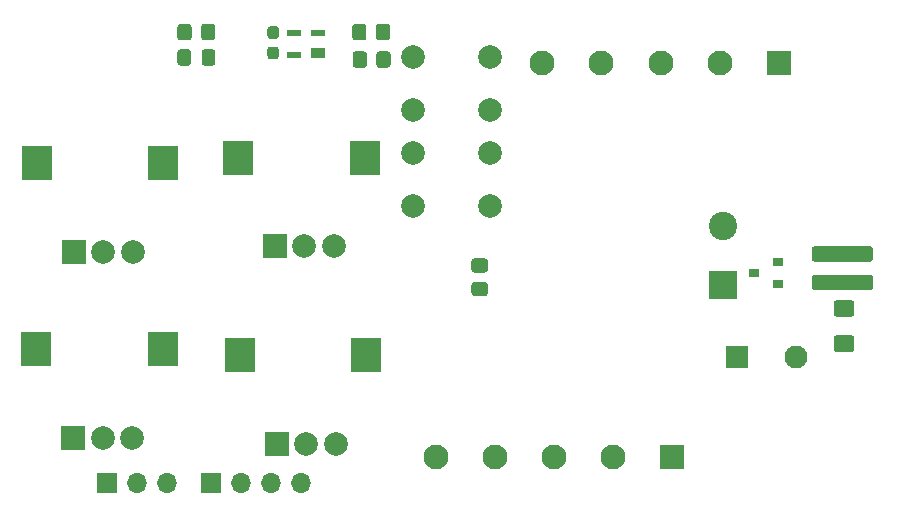
<source format=gbr>
%TF.GenerationSoftware,KiCad,Pcbnew,(5.1.9)-1*%
%TF.CreationDate,2021-01-07T15:51:33-05:00*%
%TF.ProjectId,rgb,7267622e-6b69-4636-9164-5f7063625858,rev?*%
%TF.SameCoordinates,Original*%
%TF.FileFunction,Soldermask,Top*%
%TF.FilePolarity,Negative*%
%FSLAX46Y46*%
G04 Gerber Fmt 4.6, Leading zero omitted, Abs format (unit mm)*
G04 Created by KiCad (PCBNEW (5.1.9)-1) date 2021-01-07 15:51:33*
%MOMM*%
%LPD*%
G01*
G04 APERTURE LIST*
%ADD10R,0.900000X0.800000*%
%ADD11C,2.400000*%
%ADD12R,2.400000X2.400000*%
%ADD13R,2.000000X2.000000*%
%ADD14R,2.500000X3.000000*%
%ADD15C,2.000000*%
%ADD16C,1.950000*%
%ADD17R,1.950000X1.950000*%
%ADD18C,2.100000*%
%ADD19R,2.100000X2.100000*%
%ADD20R,1.310000X0.550000*%
%ADD21R,1.310000X0.940000*%
%ADD22O,1.700000X1.700000*%
%ADD23R,1.700000X1.700000*%
G04 APERTURE END LIST*
D10*
%TO.C,U1*%
X185050000Y-79800000D03*
X187050000Y-78850000D03*
X187050000Y-80750000D03*
%TD*%
D11*
%TO.C,C1*%
X182400000Y-75800000D03*
D12*
X182400000Y-80800000D03*
%TD*%
%TO.C,R1*%
G36*
G01*
X194850001Y-78850000D02*
X190149999Y-78850000D01*
G75*
G02*
X189900000Y-78600001I0J249999D01*
G01*
X189900000Y-77774999D01*
G75*
G02*
X190149999Y-77525000I249999J0D01*
G01*
X194850001Y-77525000D01*
G75*
G02*
X195100000Y-77774999I0J-249999D01*
G01*
X195100000Y-78600001D01*
G75*
G02*
X194850001Y-78850000I-249999J0D01*
G01*
G37*
G36*
G01*
X194850001Y-81275000D02*
X190149999Y-81275000D01*
G75*
G02*
X189900000Y-81025001I0J249999D01*
G01*
X189900000Y-80199999D01*
G75*
G02*
X190149999Y-79950000I249999J0D01*
G01*
X194850001Y-79950000D01*
G75*
G02*
X195100000Y-80199999I0J-249999D01*
G01*
X195100000Y-81025001D01*
G75*
G02*
X194850001Y-81275000I-249999J0D01*
G01*
G37*
%TD*%
%TO.C,R2*%
G36*
G01*
X161339999Y-78560000D02*
X162240001Y-78560000D01*
G75*
G02*
X162490000Y-78809999I0J-249999D01*
G01*
X162490000Y-79510001D01*
G75*
G02*
X162240001Y-79760000I-249999J0D01*
G01*
X161339999Y-79760000D01*
G75*
G02*
X161090000Y-79510001I0J249999D01*
G01*
X161090000Y-78809999D01*
G75*
G02*
X161339999Y-78560000I249999J0D01*
G01*
G37*
G36*
G01*
X161339999Y-80560000D02*
X162240001Y-80560000D01*
G75*
G02*
X162490000Y-80809999I0J-249999D01*
G01*
X162490000Y-81510001D01*
G75*
G02*
X162240001Y-81760000I-249999J0D01*
G01*
X161339999Y-81760000D01*
G75*
G02*
X161090000Y-81510001I0J249999D01*
G01*
X161090000Y-80809999D01*
G75*
G02*
X161339999Y-80560000I249999J0D01*
G01*
G37*
%TD*%
D13*
%TO.C,SW5*%
X127360000Y-93750000D03*
D14*
X134960000Y-86250000D03*
X124260000Y-86250000D03*
D15*
X129860000Y-93750000D03*
X132360000Y-93750000D03*
%TD*%
D16*
%TO.C,J1*%
X188600000Y-86900000D03*
D17*
X183600000Y-86900000D03*
%TD*%
D18*
%TO.C,J2*%
X158090000Y-95390000D03*
X163090000Y-95390000D03*
X168090000Y-95390000D03*
X173090000Y-95390000D03*
D19*
X178090000Y-95390000D03*
%TD*%
D18*
%TO.C,J3*%
X167100000Y-61980000D03*
X172100000Y-61980000D03*
X177100000Y-61980000D03*
X182100000Y-61980000D03*
D19*
X187100000Y-61980000D03*
%TD*%
%TO.C,R5*%
G36*
G01*
X138200000Y-59850001D02*
X138200000Y-58949999D01*
G75*
G02*
X138449999Y-58700000I249999J0D01*
G01*
X139150001Y-58700000D01*
G75*
G02*
X139400000Y-58949999I0J-249999D01*
G01*
X139400000Y-59850001D01*
G75*
G02*
X139150001Y-60100000I-249999J0D01*
G01*
X138449999Y-60100000D01*
G75*
G02*
X138200000Y-59850001I0J249999D01*
G01*
G37*
G36*
G01*
X136200000Y-59850001D02*
X136200000Y-58949999D01*
G75*
G02*
X136449999Y-58700000I249999J0D01*
G01*
X137150001Y-58700000D01*
G75*
G02*
X137400000Y-58949999I0J-249999D01*
G01*
X137400000Y-59850001D01*
G75*
G02*
X137150001Y-60100000I-249999J0D01*
G01*
X136449999Y-60100000D01*
G75*
G02*
X136200000Y-59850001I0J249999D01*
G01*
G37*
%TD*%
%TO.C,R4*%
G36*
G01*
X152240000Y-61279999D02*
X152240000Y-62180001D01*
G75*
G02*
X151990001Y-62430000I-249999J0D01*
G01*
X151289999Y-62430000D01*
G75*
G02*
X151040000Y-62180001I0J249999D01*
G01*
X151040000Y-61279999D01*
G75*
G02*
X151289999Y-61030000I249999J0D01*
G01*
X151990001Y-61030000D01*
G75*
G02*
X152240000Y-61279999I0J-249999D01*
G01*
G37*
G36*
G01*
X154240000Y-61279999D02*
X154240000Y-62180001D01*
G75*
G02*
X153990001Y-62430000I-249999J0D01*
G01*
X153289999Y-62430000D01*
G75*
G02*
X153040000Y-62180001I0J249999D01*
G01*
X153040000Y-61279999D01*
G75*
G02*
X153289999Y-61030000I249999J0D01*
G01*
X153990001Y-61030000D01*
G75*
G02*
X154240000Y-61279999I0J-249999D01*
G01*
G37*
%TD*%
%TO.C,R3*%
G36*
G01*
X152200000Y-58949999D02*
X152200000Y-59850001D01*
G75*
G02*
X151950001Y-60100000I-249999J0D01*
G01*
X151249999Y-60100000D01*
G75*
G02*
X151000000Y-59850001I0J249999D01*
G01*
X151000000Y-58949999D01*
G75*
G02*
X151249999Y-58700000I249999J0D01*
G01*
X151950001Y-58700000D01*
G75*
G02*
X152200000Y-58949999I0J-249999D01*
G01*
G37*
G36*
G01*
X154200000Y-58949999D02*
X154200000Y-59850001D01*
G75*
G02*
X153950001Y-60100000I-249999J0D01*
G01*
X153249999Y-60100000D01*
G75*
G02*
X153000000Y-59850001I0J249999D01*
G01*
X153000000Y-58949999D01*
G75*
G02*
X153249999Y-58700000I249999J0D01*
G01*
X153950001Y-58700000D01*
G75*
G02*
X154200000Y-58949999I0J-249999D01*
G01*
G37*
%TD*%
D13*
%TO.C,SW3*%
X144600000Y-94250000D03*
D14*
X152200000Y-86750000D03*
X141500000Y-86750000D03*
D15*
X147100000Y-94250000D03*
X149600000Y-94250000D03*
%TD*%
%TO.C,C3*%
G36*
G01*
X144537500Y-59975000D02*
X144062500Y-59975000D01*
G75*
G02*
X143825000Y-59737500I0J237500D01*
G01*
X143825000Y-59137500D01*
G75*
G02*
X144062500Y-58900000I237500J0D01*
G01*
X144537500Y-58900000D01*
G75*
G02*
X144775000Y-59137500I0J-237500D01*
G01*
X144775000Y-59737500D01*
G75*
G02*
X144537500Y-59975000I-237500J0D01*
G01*
G37*
G36*
G01*
X144537500Y-61700000D02*
X144062500Y-61700000D01*
G75*
G02*
X143825000Y-61462500I0J237500D01*
G01*
X143825000Y-60862500D01*
G75*
G02*
X144062500Y-60625000I237500J0D01*
G01*
X144537500Y-60625000D01*
G75*
G02*
X144775000Y-60862500I0J-237500D01*
G01*
X144775000Y-61462500D01*
G75*
G02*
X144537500Y-61700000I-237500J0D01*
G01*
G37*
%TD*%
D20*
%TO.C,U2*%
X146100000Y-59440000D03*
X148100000Y-59440000D03*
D21*
X148100000Y-61160000D03*
D20*
X146100000Y-61360000D03*
%TD*%
D13*
%TO.C,SW4*%
X144440000Y-77540000D03*
D14*
X152040000Y-70040000D03*
X141340000Y-70040000D03*
D15*
X146940000Y-77540000D03*
X149440000Y-77540000D03*
%TD*%
D13*
%TO.C,SW2*%
X127410000Y-78000000D03*
D14*
X135010000Y-70500000D03*
X124310000Y-70500000D03*
D15*
X129910000Y-78000000D03*
X132410000Y-78000000D03*
%TD*%
%TO.C,D1*%
G36*
G01*
X136200000Y-62000001D02*
X136200000Y-61099999D01*
G75*
G02*
X136449999Y-60850000I249999J0D01*
G01*
X137100001Y-60850000D01*
G75*
G02*
X137350000Y-61099999I0J-249999D01*
G01*
X137350000Y-62000001D01*
G75*
G02*
X137100001Y-62250000I-249999J0D01*
G01*
X136449999Y-62250000D01*
G75*
G02*
X136200000Y-62000001I0J249999D01*
G01*
G37*
G36*
G01*
X138250000Y-62000001D02*
X138250000Y-61099999D01*
G75*
G02*
X138499999Y-60850000I249999J0D01*
G01*
X139150001Y-60850000D01*
G75*
G02*
X139400000Y-61099999I0J-249999D01*
G01*
X139400000Y-62000001D01*
G75*
G02*
X139150001Y-62250000I-249999J0D01*
G01*
X138499999Y-62250000D01*
G75*
G02*
X138250000Y-62000001I0J249999D01*
G01*
G37*
%TD*%
%TO.C,SW6*%
X162640000Y-69610000D03*
X162640000Y-74110000D03*
X156140000Y-69610000D03*
X156140000Y-74110000D03*
%TD*%
%TO.C,SW1*%
X156140000Y-65980000D03*
X156140000Y-61480000D03*
X162640000Y-65980000D03*
X162640000Y-61480000D03*
%TD*%
D22*
%TO.C,J5*%
X146690000Y-97570000D03*
X144150000Y-97570000D03*
X141610000Y-97570000D03*
D23*
X139070000Y-97570000D03*
%TD*%
D22*
%TO.C,J4*%
X135350000Y-97570000D03*
X132810000Y-97570000D03*
D23*
X130270000Y-97570000D03*
%TD*%
%TO.C,F1*%
G36*
G01*
X192015000Y-85065000D02*
X193265000Y-85065000D01*
G75*
G02*
X193515000Y-85315000I0J-250000D01*
G01*
X193515000Y-86240000D01*
G75*
G02*
X193265000Y-86490000I-250000J0D01*
G01*
X192015000Y-86490000D01*
G75*
G02*
X191765000Y-86240000I0J250000D01*
G01*
X191765000Y-85315000D01*
G75*
G02*
X192015000Y-85065000I250000J0D01*
G01*
G37*
G36*
G01*
X192015000Y-82090000D02*
X193265000Y-82090000D01*
G75*
G02*
X193515000Y-82340000I0J-250000D01*
G01*
X193515000Y-83265000D01*
G75*
G02*
X193265000Y-83515000I-250000J0D01*
G01*
X192015000Y-83515000D01*
G75*
G02*
X191765000Y-83265000I0J250000D01*
G01*
X191765000Y-82340000D01*
G75*
G02*
X192015000Y-82090000I250000J0D01*
G01*
G37*
%TD*%
M02*

</source>
